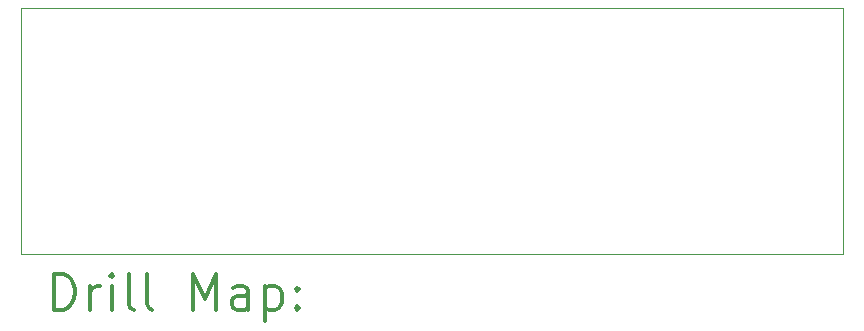
<source format=gbr>
%FSLAX45Y45*%
G04 Gerber Fmt 4.5, Leading zero omitted, Abs format (unit mm)*
G04 Created by KiCad (PCBNEW 5.1.12-84ad8e8a86~92~ubuntu20.04.1) date 2021-11-23 01:14:43*
%MOMM*%
%LPD*%
G01*
G04 APERTURE LIST*
%TA.AperFunction,Profile*%
%ADD10C,0.050000*%
%TD*%
%ADD11C,0.200000*%
%ADD12C,0.300000*%
G04 APERTURE END LIST*
D10*
X14376400Y-7010400D02*
X21336000Y-7010400D01*
X14376400Y-9093200D02*
X14376400Y-7010400D01*
X21336000Y-9093200D02*
X14376400Y-9093200D01*
X21336000Y-7010400D02*
X21336000Y-9093200D01*
D11*
D12*
X14660328Y-9561414D02*
X14660328Y-9261414D01*
X14731757Y-9261414D01*
X14774614Y-9275700D01*
X14803186Y-9304272D01*
X14817471Y-9332843D01*
X14831757Y-9389986D01*
X14831757Y-9432843D01*
X14817471Y-9489986D01*
X14803186Y-9518557D01*
X14774614Y-9547129D01*
X14731757Y-9561414D01*
X14660328Y-9561414D01*
X14960328Y-9561414D02*
X14960328Y-9361414D01*
X14960328Y-9418557D02*
X14974614Y-9389986D01*
X14988900Y-9375700D01*
X15017471Y-9361414D01*
X15046043Y-9361414D01*
X15146043Y-9561414D02*
X15146043Y-9361414D01*
X15146043Y-9261414D02*
X15131757Y-9275700D01*
X15146043Y-9289986D01*
X15160328Y-9275700D01*
X15146043Y-9261414D01*
X15146043Y-9289986D01*
X15331757Y-9561414D02*
X15303186Y-9547129D01*
X15288900Y-9518557D01*
X15288900Y-9261414D01*
X15488900Y-9561414D02*
X15460328Y-9547129D01*
X15446043Y-9518557D01*
X15446043Y-9261414D01*
X15831757Y-9561414D02*
X15831757Y-9261414D01*
X15931757Y-9475700D01*
X16031757Y-9261414D01*
X16031757Y-9561414D01*
X16303186Y-9561414D02*
X16303186Y-9404272D01*
X16288900Y-9375700D01*
X16260328Y-9361414D01*
X16203186Y-9361414D01*
X16174614Y-9375700D01*
X16303186Y-9547129D02*
X16274614Y-9561414D01*
X16203186Y-9561414D01*
X16174614Y-9547129D01*
X16160328Y-9518557D01*
X16160328Y-9489986D01*
X16174614Y-9461414D01*
X16203186Y-9447129D01*
X16274614Y-9447129D01*
X16303186Y-9432843D01*
X16446043Y-9361414D02*
X16446043Y-9661414D01*
X16446043Y-9375700D02*
X16474614Y-9361414D01*
X16531757Y-9361414D01*
X16560328Y-9375700D01*
X16574614Y-9389986D01*
X16588900Y-9418557D01*
X16588900Y-9504272D01*
X16574614Y-9532843D01*
X16560328Y-9547129D01*
X16531757Y-9561414D01*
X16474614Y-9561414D01*
X16446043Y-9547129D01*
X16717471Y-9532843D02*
X16731757Y-9547129D01*
X16717471Y-9561414D01*
X16703186Y-9547129D01*
X16717471Y-9532843D01*
X16717471Y-9561414D01*
X16717471Y-9375700D02*
X16731757Y-9389986D01*
X16717471Y-9404272D01*
X16703186Y-9389986D01*
X16717471Y-9375700D01*
X16717471Y-9404272D01*
M02*

</source>
